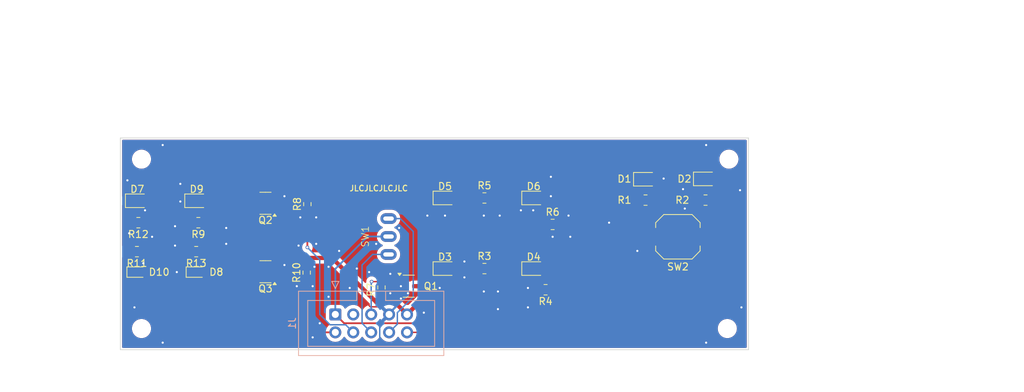
<source format=kicad_pcb>
(kicad_pcb
	(version 20240108)
	(generator "pcbnew")
	(generator_version "8.0")
	(general
		(thickness 1.6)
		(legacy_teardrops no)
	)
	(paper "A4")
	(layers
		(0 "F.Cu" signal)
		(31 "B.Cu" signal)
		(34 "B.Paste" user)
		(35 "F.Paste" user)
		(36 "B.SilkS" user "B.Silkscreen")
		(37 "F.SilkS" user "F.Silkscreen")
		(38 "B.Mask" user)
		(39 "F.Mask" user)
		(44 "Edge.Cuts" user)
		(45 "Margin" user)
		(46 "B.CrtYd" user "B.Courtyard")
		(47 "F.CrtYd" user "F.Courtyard")
		(48 "B.Fab" user)
		(49 "F.Fab" user)
	)
	(setup
		(stackup
			(layer "F.SilkS"
				(type "Top Silk Screen")
				(color "White")
			)
			(layer "F.Paste"
				(type "Top Solder Paste")
			)
			(layer "F.Mask"
				(type "Top Solder Mask")
				(color "Black")
				(thickness 0.01)
			)
			(layer "F.Cu"
				(type "copper")
				(thickness 0.035)
			)
			(layer "dielectric 1"
				(type "core")
				(thickness 1.51)
				(material "FR4")
				(epsilon_r 4.5)
				(loss_tangent 0.02)
			)
			(layer "B.Cu"
				(type "copper")
				(thickness 0.035)
			)
			(layer "B.Mask"
				(type "Bottom Solder Mask")
				(color "Black")
				(thickness 0.01)
			)
			(layer "B.Paste"
				(type "Bottom Solder Paste")
			)
			(layer "B.SilkS"
				(type "Bottom Silk Screen")
				(color "White")
			)
			(copper_finish "None")
			(dielectric_constraints yes)
		)
		(pad_to_mask_clearance 0)
		(allow_soldermask_bridges_in_footprints no)
		(pcbplotparams
			(layerselection 0x00010fc_ffffffff)
			(plot_on_all_layers_selection 0x0000000_00000000)
			(disableapertmacros no)
			(usegerberextensions no)
			(usegerberattributes yes)
			(usegerberadvancedattributes yes)
			(creategerberjobfile yes)
			(dashed_line_dash_ratio 12.000000)
			(dashed_line_gap_ratio 3.000000)
			(svgprecision 4)
			(plotframeref no)
			(viasonmask no)
			(mode 1)
			(useauxorigin no)
			(hpglpennumber 1)
			(hpglpenspeed 20)
			(hpglpendiameter 15.000000)
			(pdf_front_fp_property_popups yes)
			(pdf_back_fp_property_popups yes)
			(dxfpolygonmode yes)
			(dxfimperialunits yes)
			(dxfusepcbnewfont yes)
			(psnegative no)
			(psa4output no)
			(plotreference yes)
			(plotvalue yes)
			(plotfptext yes)
			(plotinvisibletext no)
			(sketchpadsonfab no)
			(subtractmaskfromsilk no)
			(outputformat 1)
			(mirror no)
			(drillshape 1)
			(scaleselection 1)
			(outputdirectory "")
		)
	)
	(net 0 "")
	(net 1 "/LED_PWR")
	(net 2 "Net-(D1-A)")
	(net 3 "Net-(D2-A)")
	(net 4 "Net-(D3-A)")
	(net 5 "Net-(D4-A)")
	(net 6 "Net-(D5-A)")
	(net 7 "Net-(D6-A)")
	(net 8 "Net-(D7-K)")
	(net 9 "Net-(D7-A)")
	(net 10 "Net-(D8-K)")
	(net 11 "Net-(D10-A)")
	(net 12 "Net-(D9-K)")
	(net 13 "Net-(D10-K)")
	(net 14 "+3V3")
	(net 15 "/Open")
	(net 16 "unconnected-(J1-Pin_3-Pad3)")
	(net 17 "/Fault")
	(net 18 "/PWM_1")
	(net 19 "/Unlock")
	(net 20 "GND")
	(net 21 "/Lock")
	(net 22 "VBUS")
	(net 23 "/Video")
	(footprint "LED_SMD:LED_0805_2012Metric" (layer "F.Cu") (at 171.4025 109.845))
	(footprint "Package_TO_SOT_SMD:SOT-23-3" (layer "F.Cu") (at 117.5625 122.95 180))
	(footprint "Resistor_SMD:R_0805_2012Metric" (layer "F.Cu") (at 107.75 120.1 180))
	(footprint "LED_SMD:LED_0805_2012Metric" (layer "F.Cu") (at 155.5625 122.5))
	(footprint "MountingHole:MountingHole_2.2mm_M2" (layer "F.Cu") (at 183.225 107))
	(footprint "Resistor_SMD:R_0603_1608Metric" (layer "F.Cu") (at 134 125.175 -90))
	(footprint "Resistor_SMD:R_0805_2012Metric" (layer "F.Cu") (at 171.4125 112.8))
	(footprint "Resistor_SMD:R_0603_1608Metric" (layer "F.Cu") (at 123.5 113.375 90))
	(footprint "NiasStuff:SW_SPDT_YUEN-FUNG_ST-0-103-A01-T000-RS" (layer "F.Cu") (at 135 117.96 90))
	(footprint "Resistor_SMD:R_0603_1608Metric" (layer "F.Cu") (at 123.4 123.075 90))
	(footprint "Package_TO_SOT_SMD:SOT-23-3" (layer "F.Cu") (at 137.8625 125))
	(footprint "Resistor_SMD:R_0805_2012Metric" (layer "F.Cu") (at 99.55 116 180))
	(footprint "Resistor_SMD:R_0805_2012Metric" (layer "F.Cu") (at 158.25 116.25 180))
	(footprint "Resistor_SMD:R_0805_2012Metric" (layer "F.Cu") (at 148.5875 112.5 180))
	(footprint "MountingHole:MountingHole_2.2mm_M2" (layer "F.Cu") (at 100 107))
	(footprint "LED_SMD:LED_0805_2012Metric" (layer "F.Cu") (at 107.8125 112.9))
	(footprint "Resistor_SMD:R_0805_2012Metric" (layer "F.Cu") (at 179.9125 112.8))
	(footprint "Resistor_SMD:R_0805_2012Metric" (layer "F.Cu") (at 108.05 116 180))
	(footprint "MountingHole:MountingHole_2.2mm_M2" (layer "F.Cu") (at 183 131))
	(footprint "LED_SMD:LED_0805_2012Metric" (layer "F.Cu") (at 143 112.5))
	(footprint "LED_SMD:LED_0603_1608Metric" (layer "F.Cu") (at 107.8125 123))
	(footprint "LED_SMD:LED_0805_2012Metric" (layer "F.Cu") (at 143 122.5))
	(footprint "Package_TO_SOT_SMD:SOT-23-3" (layer "F.Cu") (at 117.5625 113.25 180))
	(footprint "LED_SMD:LED_0603_1608Metric" (layer "F.Cu") (at 99.4125 123))
	(footprint "LED_SMD:LED_0805_2012Metric" (layer "F.Cu") (at 99.4 112.9))
	(footprint "Resistor_SMD:R_0805_2012Metric" (layer "F.Cu") (at 157.25 125.5 180))
	(footprint "Resistor_SMD:R_0805_2012Metric" (layer "F.Cu") (at 99.35 120.1 180))
	(footprint "Button_Switch_SMD:SW_Push_1TS009xxxx-xxxx-xxxx_6x6x5mm" (layer "F.Cu") (at 176 118 180))
	(footprint "Resistor_SMD:R_0805_2012Metric" (layer "F.Cu") (at 148.5875 122.5 180))
	(footprint "MountingHole:MountingHole_2.2mm_M2" (layer "F.Cu") (at 100 131))
	(footprint "LED_SMD:LED_0805_2012Metric" (layer "F.Cu") (at 179.8875 109.8))
	(footprint "LED_SMD:LED_0805_2012Metric" (layer "F.Cu") (at 155.5625 112.5))
	(footprint "Connector_IDC:IDC-Header_2x05_P2.54mm_Vertical" (layer "B.Cu") (at 127.46 129 -90))
	(gr_line
		(start 186 104)
		(end 97 104)
		(stroke
			(width 0.1)
			(type default)
		)
		(layer "Edge.Cuts")
		(uuid "7a9866a1-3228-490b-89f0-29093fdc781f")
	)
	(gr_line
		(start 97 134)
		(end 186 134)
		(stroke
			(width 0.1)
			(type default)
		)
		(layer "Edge.Cuts")
		(uuid "9c54061d-b9db-4889-8a37-0f704138ae69")
	)
	(gr_line
		(start 97 104)
		(end 97 134)
		(stroke
			(width 0.1)
			(type default)
		)
		(layer "Edge.Cuts")
		(uuid "ba37840a-a9e0-4563-8e1c-6a28be96d871")
	)
	(gr_line
		(start 186 134)
		(end 186 104)
		(stroke
			(width 0.1)
			(type default)
		)
		(layer "Edge.Cuts")
		(uuid "bff93b9d-361e-4dc7-ab31-a2b74374b39c")
	)
	(gr_line
		(start 94.5 127.3)
		(end 94.5 118.2)
		(locked yes)
		(stroke
			(width 0.1)
			(type default)
		)
		(layer "F.Fab")
		(uuid "01f473ab-ae33-4893-a05b-0b6e912e51f3")
	)
	(gr_line
		(start 112.8 127.3)
		(end 94.5 127.3)
		(locked yes)
		(stroke
			(width 0.1)
			(type default)
		)
		(layer "F.Fab")
		(uuid "10ec0bed-7d0f-456f-8e05-181ac4def540")
	)
	(gr_line
		(start 112.8 117.6)
		(end 112.8 108.4)
		(locked yes)
		(stroke
			(width 0.1)
			(type default)
		)
		(layer "F.Fab")
		(uuid "11fb41da-818f-490a-b175-aac96680193b")
	)
	(gr_line
		(start 80 84.5)
		(end 80 140)
		(stroke
			(width 0.1)
			(type default)
		)
		(layer "F.Fab")
		(uuid "52e32d62-ae8b-4a27-97cf-81a36c237b9d")
	)
	(gr_line
		(start 112.8 108.4)
		(end 94.5 108.4)
		(locked yes)
		(stroke
			(width 0.1)
			(type default)
		)
		(layer "F.Fab")
		(uuid "6fd1228f-7804-4e32-82eb-e1718a5e9268")
	)
	(gr_line
		(start 94.5 118.2)
		(end 112.8 118.2)
		(locked yes)
		(stroke
			(width 0.1)
			(type default)
		)
		(layer "F.Fab")
		(uuid "7971d004-98b5-4778-8e8b-99aae17d396a")
	)
	(gr_line
		(start 225 84.5)
		(end 80 84.5)
		(stroke
			(width 0.1)
			(type default)
		)
		(layer "F.Fab")
		(uuid "7abcf492-68fd-4a40-a66e-0e895ac81b1f")
	)
	(gr_line
		(start 225 140)
		(end 225 84.5)
		(stroke
			(width 0.1)
			(type default)
		)
		(layer "F.Fab")
		(uuid "8b9c7c6b-a001-40d2-a2af-0c149095ab09")
	)
	(gr_line
		(start 112.8 118.2)
		(end 112.8 127.3)
		(locked yes)
		(stroke
			(width 0.1)
			(type default)
		)
		(layer "F.Fab")
		(uuid "a1cc6437-ecfb-4631-b570-5c77a03e57b4")
	)
	(gr_line
		(start 94.5 117.6)
		(end 112.8 117.6)
		(locked yes)
		(stroke
			(width 0.1)
			(type default)
		)
		(layer "F.Fab")
		(uuid "ddc49f83-9eb3-43fc-8af3-233b0d259f60")
	)
	(gr_line
		(start 80 140)
		(end 225 140)
		(stroke
			(width 0.1)
			(type default)
		)
		(layer "F.Fab")
		(uuid "fc2c2adb-d59b-4217-9e53-8981410a0807")
	)
	(gr_line
		(start 94.5 108.4)
		(end 94.5 117.6)
		(locked yes)
		(stroke
			(width 0.1)
			(type default)
		)
		(layer "F.Fab")
		(uuid "fe59d503-9d30-4109-9085-3c85fbc4820a")
	)
	(gr_text "JLCJLCJLCJLC"
		(at 129.4 111.6 0)
		(layer "F.SilkS")
		(uuid "9bcce69a-692e-4f6a-9803-bed61d3d8d7a")
		(effects
			(font
				(size 0.8 0.8)
				(thickness 0.15)
			)
			(justify left bottom)
		)
	)
	(segment
		(start 142.0625 112.5)
		(end 142.0625 111.4375)
		(width 0.6)
		(layer "F.Cu")
		(net 1)
		(uuid "294441ec-1f43-40e3-9289-1d12db522043")
	)
	(segment
		(start 142.0625 123.6875)
		(end 142.0625 122.5)
		(width 0.6)
		(layer "F.Cu")
		(net 1)
		(uuid "3a16ec46-f4e3-4dd2-ad93-f8bbe6aab752")
	)
	(segment
		(start 139 125)
		(end 140.75 125)
		(width 0.6)
		(layer "F.Cu")
		(net 1)
		(uuid "44c09ab1-53b7-43a1-a2a9-6994d760284d")
	)
	(segment
		(start 166.05 110.75)
		(end 166.955 109.845)
		(width 0.6)
		(layer "F.Cu")
		(net 1)
		(uuid "4d55c48f-cd93-4f9a-b776-8690bf4a573f")
	)
	(segment
		(start 142.0625 122.5)
		(end 142.0625 112.5)
		(width 0.6)
		(layer "F.Cu")
		(net 1)
		(uuid "522f1447-4eeb-485a-95e0-96c0c1e6b534")
	)
	(segment
		(start 154.625 112.5)
		(end 154.625 110.875)
		(width 0.6)
		(layer "F.Cu")
		(net 1)
		(uuid "5824f6e1-9be0-4848-a5cb-0c17631773bd")
	)
	(segment
		(start 178.725 108.5)
		(end 178.95 108.725)
		(width 0.6)
		(layer "F.Cu")
		(net 1)
		(uuid "84d72f00-47bd-4159-8d72-b6c532a64451")
	)
	(segment
		(start 178.95 108.725)
		(end 178.95 109.8)
		(width 0.6)
		(layer "F.Cu")
		(net 1)
		(uuid "89429186-445d-4dab-a964-50a54b11f118")
	)
	(segment
		(start 154.625 110.875)
		(end 154.75 110.75)
		(width 0.6)
		(layer "F.Cu")
		(net 1)
		(uuid "8bab29e2-50b5-4557-a81e-397b7c28936c")
	)
	(segment
		(start 166.955 109.845)
		(end 170.465 109.845)
		(width 0.6)
		(layer "F.Cu")
		(net 1)
		(uuid "934e7c75-964c-4ad7-a87d-9c00bbe66ba6")
	)
	(segment
		(start 140.75 125)
		(end 142.0625 123.6875)
		(width 0.6)
		(layer "F.Cu")
		(net 1)
		(uuid "9cb80f9a-465a-4767-b4d1-1d993abce4cb")
	)
	(segment
		(start 170.465 109.845)
		(end 170.465 108.76)
		(width 0.6)
		(layer "F.Cu")
		(net 1)
		(uuid "a98aed03-ec53-478a-be4c-238dc02b1c46")
	)
	(segment
		(start 170.465 108.76)
		(end 170.725 108.5)
		(width 0.6)
		(layer "F.Cu")
		(net 1)
		(uuid "b1989d57-5771-4866-9c42-412d02ccc6b4")
	)
	(segment
		(start 154.75 110.75)
		(end 166.05 110.75)
		(width 0.6)
		(layer "F.Cu")
		(net 1)
		(uuid "bedd16c3-90bf-41ac-9e25-b4d0583edb7f")
	)
	(segment
		(start 154.625 112.5)
		(end 154.625 122.5)
		(width 0.6)
		(layer "F.Cu")
		(net 1)
		(uuid "c09ee833-013c-4fa4-8b1c-a47c62d839f5")
	)
	(segment
		(start 170.725 108.5)
		(end 178.725 108.5)
		(width 0.6)
		(layer "F.Cu")
		(net 1)
		(uuid "dd510e74-687d-429f-8bdb-fc3a5d0b8ac0")
	)
	(segment
		(start 142.0625 111.4375)
		(end 142.75 110.75)
		(width 0.6)
		(layer "F.Cu")
		(net 1)
		(uuid "f05a87e4-5650-4a1b-9120-789a31c67ade")
	)
	(segment
		(start 142.75 110.75)
		(end 154.75 110.75)
		(width 0.6)
		(layer "F.Cu")
		(net 1)
		(uuid "f3324b6c-9b0f-4f25-91fd-ccb41a7ff7b5")
	)
	(segment
		(start 172.34 109.845)
		(end 172.34 112.785)
		(width 0.6)
		(layer "F.Cu")
		(net 2)
		(uuid "11bc4d1f-35b1-43b7-ae93-69cca48ee588")
	)
	(segment
		(start 172.34 112.785)
		(end 172.325 112.8)
		(width 0.6)
		(layer "F.Cu")
		(net 2)
		(uuid "99ce6f74-69da-44fb-aad9-970b68e0cfad")
	)
	(segment
		(start 180.825 109.8)
		(end 180.825 112.8)
		(width 0.6)
		(layer "F.Cu")
		(net 3)
		(uuid "fb25bb50-e251-4eca-9df6-6fed91a99089")
	)
	(segment
		(start 147.675 122.5)
		(end 143.9375 122.5)
		(width 0.6)
		(layer "F.Cu")
		(net 4)
		(uuid "5ee1327c-7db3-4e08-8ee3-393b73df3c06")
	)
	(segment
		(start 156.3375 123.9125)
		(end 156.3375 125.5)
		(width 0.6)
		(layer "F.Cu")
		(net 5)
		(uuid "1716e2dc-17d3-47cc-af78-940e7718f9db")
	)
	(segment
		(start 156.5 123.75)
		(end 156.3375 123.9125)
		(width 0.6)
		(layer "F.Cu")
		(net 5)
		(uuid "9a27edc9-4c45-4d7b-beea-a8dcb6951c39")
	)
	(segment
		(start 156.5 122.5)
		(end 156.5 123.75)
		(width 0.6)
		(layer "F.Cu")
		(net 5)
		(uuid "e2835e4a-c86b-40f1-ad60-f50fef310423")
	)
	(segment
		(start 143.9375 112.5)
		(end 147.675 112.5)
		(width 0.6)
		(layer "F.Cu")
		(net 6)
		(uuid "2c258aa3-74f2-43eb-a0ef-57a3d1c14d36")
	)
	(segment
		(start 156.5 114.25)
		(end 156.5 112.5)
		(width 0.6)
		(layer "F.Cu")
		(net 7)
		(uuid "3daace04-eb73-40d3-814a-a6871f49985d")
	)
	(segment
		(start 157.3375 115.0875)
		(end 156.5 114.25)
		(width 0.6)
		(layer "F.Cu")
		(net 7)
		(uuid "bd5f941c-23c8-4da2-ba51-881e683a1866")
	)
	(segment
		(start 157.3375 116.25)
		(end 157.3375 115.0875)
		(width 0.6)
		(layer "F.Cu")
		(net 7)
		(uuid "f991d4f0-e225-431b-9cfb-8ba5025c6dc0")
	)
	(segment
		(start 98.4625 114.7125)
		(end 98.4625 112.9)
		(width 0.6)
		(layer "F.Cu")
		(net 8)
		(uuid "13a5485a-6539-428d-806b-ea13810bd4ec")
	)
	(segment
		(start 98.6 114.85)
		(end 98.4625 114.7125)
		(width 0.6)
		(layer "F.Cu")
		(net 8)
		(uuid "5136c3ca-a7da-452a-bad3-1a013c85a837")
	)
	(segment
		(start 98.6 112.9125)
		(end 98.6125 112.9)
		(width 0.6)
		(layer "F.Cu")
		(net 8)
		(uuid "5b828790-9c81-4af7-86d2-4c3565edf14d")
	)
	(segment
		(start 98.6 116)
		(end 98.6 114.85)
		(width 0.6)
		(layer "F.Cu")
		(net 8)
		(uuid "82e9099b-aa85-4a9b-a08d-7274cba11b16")
	)
	(segment
		(start 111.65 112.9)
		(end 108.6 112.9)
		(width 0.6)
		(layer "F.Cu")
		(net 9)
		(uuid "15d5c3eb-5fc2-4e15-8602-99055dbed3ce")
	)
	(segment
		(start 108.5 111.5)
		(end 108.75 111.75)
		(width 0.6)
		(layer "F.Cu")
		(net 9)
		(uuid "4acf8517-9418-427e-a7a5-a1c88d92d3e3")
	)
	(segment
		(start 100.75 111.5)
		(end 108.5 111.5)
		(width 0.6)
		(layer "F.Cu")
		(net 9)
		(uuid "728dff94-74dd-41cf-a14e-4fd42d39025b")
	)
	(segment
		(start 100.3375 112.9)
		(end 100.3375 111.9125)
		(width 0.6)
		(layer "F.Cu")
		(net 9)
		(uuid "7a4792fd-ce87-4832-ad80-49d270329a36")
	)
	(segment
		(start 112 113.25)
		(end 111.65 112.9)
		(width 0.6)
		(layer "F.Cu")
		(net 9)
		(uuid "7f9212bb-d860-414a-a7a4-d56cf0096bea")
	)
	(segment
		(start 108.75 111.75)
		(end 108.75 112.9)
		(width 0.6)
		(layer "F.Cu")
		(net 9)
		(uuid "c20e5496-418b-42cd-92b5-f4ee2c0701f0")
	)
	(segment
		(start 116.425 113.25)
		(end 112 113.25)
		(width 0.6)
		(layer "F.Cu")
		(net 9)
		(uuid "cd5bf8d0-11d1-490f-9cb3-a5e7b4f82472")
	)
	(segment
		(start 100.3375 111.9125)
		(end 100.75 111.5)
		(width 0.6)
		(layer "F.Cu")
		(net 9)
		(uuid "e783b2fe-8afb-4788-8556-720a1e8f5099")
	)
	(segment
		(start 107.025 122.025)
		(end 106.8 121.8)
		(width 0.6)
		(layer "F.Cu")
		(net 10)
		(uuid "54d51afb-13fa-4b6e-998c-480e3d309cf6")
	)
	(segment
		(start 107.025 123)
		(end 107.025 122.025)
		(width 0.6)
		(layer "F.Cu")
		(net 10)
		(uuid "ab0fb58e-d4db-41e2-98f4-20f9cdc7b67f")
	)
	(segment
		(start 106.8 121.8)
		(end 106.8 120.1)
		(width 0.6)
		(layer "F.Cu")
		(net 10)
		(uuid "f488ea4f-2d8e-41c7-b418-771956deff9c")
	)
	(segment
		(start 108 124.25)
		(end 100.75 124.25)
		(width 0.6)
		(layer "F.Cu")
		(net 11)
		(uuid "061d4227-841b-4ee8-8028-c3a8fa6b0183")
	)
	(segment
		(start 100.2 123.7)
		(end 100.2 123)
		(width 0.6)
		(layer "F.Cu")
		(net 11)
		(uuid "1a003e4b-51b4-403d-8cc9-7a7187c0d823")
	)
	(segment
		(start 108.6 123.65)
		(end 108 124.25)
		(width 0.6)
		(layer "F.Cu")
		(net 11)
		(uuid "33f82c39-b53c-4204-be2c-78ce56c77386")
	)
	(segment
		(start 116.425 122.95)
		(end 108.65 122.95)
		(width 0.6)
		(layer "F.Cu")
		(net 11)
		(uuid "516de3fa-23b7-4a17-8cdb-23413d5f508e")
	)
	(segment
		(start 108.6 123)
		(end 108.6 123.65)
		(width 0.6)
		(layer "F.Cu")
		(net 11)
		(uuid "669bf05a-e7d4-486c-9350-d977a9f27a87")
	)
	(segment
		(start 100.75 124.25)
		(end 100.2 123.7)
		(width 0.6)
		(layer "F.Cu")
		(net 11)
		(uuid "9029083e-8894-4f27-9ce6-cce6d9b9ba9d")
	)
	(segment
		(start 108.65 122.95)
		(end 108.6 123)
		(width 0.6)
		(layer "F.Cu")
		(net 11)
		(uuid "ca2aee9a-1a9c-4cf5-acd7-6db91228f083")
	)
	(segment
		(start 107.1 112.975)
		(end 107.025 112.9)
		(width 0.6)
		(layer "F.Cu")
		(net 12)
		(uuid "8c54c2df-a811-4bda-bed9-a7396058977d")
	)
	(segment
		(start 107.1 114.85)
		(end 106.875 114.625)
		(width 0.6)
		(layer "F.Cu")
		(net 12)
		(uuid "a69c7b4c-4301-4d22-b258-3d7cb950a23f")
	)
	(segment
		(start 107.1 116)
		(end 107.1 114.85)
		(width 0.6)
		(layer "F.Cu")
		(net 12)
		(uuid "d5f878d3-d924-4104-8c1e-20796adba624")
	)
	(segment
		(start 106.875 114.625)
		(end 106.875 112.9)
		(width 0.6)
		(layer "F.Cu")
		(net 12)
		(uuid "f48be27f-16f4-4a7f-a13d-bebb598e6e4b")
	)
	(segment
		(start 98.625 121.875)
		(end 98.4 121.65)
		(width 0.6)
		(layer "F.Cu")
		(net 13)
		(uuid "0652d381-bed5-4808-b811-b6f4670a91a2")
	)
	(segment
		(start 98.625 123)
		(end 98.625 121.875)
		(width 0.6)
		(layer "F.Cu")
		(net 13)
		(uuid "4f733506-bc02-4e48-ba38-3099d2c5f036")
	)
	(segment
		(start 98.4 121.65)
		(end 98.4 120.1)
		(width 0.6)
		(layer "F.Cu")
		(net 13)
		(uuid "96f2de27-a666-42a1-a061-ffc7ae8275d9")
	)
	(segment
		(start 128.71 130.25)
		(end 127.46 129)
		(width 0.25)
		(layer "F.Cu")
		(net 14)
		(uuid "3f4135a6-537f-4e6f-bcb3-5cb79a6283f3")
	)
	(segment
		(start 173 122)
		(end 164.75 130.25)
		(width 0.25)
		(layer "F.Cu")
		(net 14)
		(uuid "4aea0fca-dd3a-4c6d-a5c0-1cf5b4dc91b9")
	)
	(segment
		(start 164.75 130.25)
		(end 128.71 130.25)
		(width 0.25)
		(layer "F.Cu")
		(net 14)
		(uuid "531b0b2b-3cb3-4b31-b003-d7d5d09e90eb")
	)
	(segment
		(start 173 118)
		(end 173 122)
		(width 0.25)
		(layer "F.Cu")
		(net 14)
		(uuid "bb3363a8-9a05-4879-85e3-14667789f84d")
	)
	(segment
		(start 127.46 129)
		(end 127.46 122.54)
		(width 0.25)
		(layer "B.Cu")
		(net 14)
		(uuid "8fac3468-e376-4742-8554-1072fd3103d9")
	)
	(segment
		(start 127.46 122.54)
		(end 132.04 117.96)
		(width 0.25)
		(layer "B.Cu")
		(net 14)
		(uuid "b9dc9103-a9a8-4166-98b9-45afad94a418")
	)
	(segment
		(start 132.04 117.96)
		(end 135 117.96)
		(width 0.25)
		(layer "B.Cu")
		(net 14)
		(uuid "edf601da-22e8-400a-a8e5-3a1c33c865cb")
	)
	(segment
		(start 123.5 119.5)
		(end 123.5 114.2)
		(width 0.25)
		(layer "F.Cu")
		(net 15)
		(uuid "c612ce0d-e727-4bf2-97fb-0fa6680ff89c")
	)
	(segment
		(start 123.5 114.2)
		(end 118.7 114.2)
		(width 0.25)
		(layer "F.Cu")
		(net 15)
		(uuid "f7326d73-d2b3-459f-a2a8-2f4af2601d35")
	)
	(via
		(at 123.5 119.5)
		(size 0.5)
		(drill 0.3)
		(layers "F.Cu" "B.Cu")
		(net 15)
		(uuid "93a93fe9-bce7-4ab1-b206-c3355e633cf6")
	)
	(segment
		(start 126.713 130.463)
		(end 128.923 130.463)
		(width 0.2)
		(layer "B.Cu")
		(net 15)
		(uuid "0ff55158-1945-4e96-9aff-0dd038953d9b")
	)
	(segment
		(start 125.25 121.25)
		(end 125.25 129)
		(width 0.2)
		(layer "B.Cu")
		(net 15)
		(uuid "144f8476-ab73-41c9-aedc-a38656e6bf38")
	)
	(segment
		(start 128.923 130.463)
		(end 130 131.54)
		(width 0.2)
		(layer "B.Cu")
		(net 15)
		(uuid "b5db4c53-fc18-44c8-9655-53d65d0b45e2")
	)
	(segment
		(start 123.5 119.5)
		(end 125.25 121.25)
		(width 0.2)
		(layer "B.Cu")
		(net 15)
		(uuid "c8590dab-4f86-4ed7-b952-6bfcdb4152bb")
	)
	(segment
		(start 125.25 129)
		(end 126.713 130.463)
		(width 0.2)
		(layer "B.Cu")
		(net 15)
		(uuid "e2dd1105-4bb2-4e18-b3cc-318006f9e6ad")
	)
	(segment
		(start 125.04 131.54)
		(end 123.4 129.9)
		(width 0.25)
		(layer "F.Cu")
		(net 17)
		(uuid "3500a81b-e414-4ed4-b3af-bda6a6bba304")
	)
	(segment
		(start 123.4 123.9)
		(end 118.7 123.9)
		(width 0.25)
		(layer "F.Cu")
		(net 17)
		(uuid "3983cbb3-c1e3-481a-a044-42a05c5b2095")
	)
	(segment
		(start 127.46 131.54)
		(end 125.04 131.54)
		(width 0.25)
		(layer "F.Cu")
		(net 17)
		(uuid "6fef34db-09e0-448a-b729-486ab29c0866")
	)
	(segment
		(start 123.4 129.9)
		(end 123.4 123.9)
		(width 0.25)
		(layer "F.Cu")
		(net 17)
		(uuid "76dd7baf-758b-4ddb-aa86-bf6ac86e02ff")
	)
	(segment
		(start 135.45 124.05)
		(end 136.725 124.05)
		(width 0.2)
		(layer "F.Cu")
		(net 18)
		(uuid "2a998b7b-8022-4af7-9536-fc64ee139285")
	)
	(segment
		(start 134 124.35)
		(end 135.15 124.35)
		(width 0.2)
		(layer "F.Cu")
		(net 18)
		(uuid "a61b1fe5-3314-4e94-9a38-a91296c467c7")
	)
	(segment
		(start 132.6 124.35)
		(end 134 124.35)
		(width 0.2)
		(layer "F.Cu")
		(net 18)
		(uuid "a67691de-9006-4579-80f2-6063f89edd29")
	)
	(segment
		(start 135.15 124.35)
		(end 135.45 124.05)
		(width 0.2)
		(layer "F.Cu")
		(net 18)
		(uuid "ec949223-0cd2-4354-aaaf-ad5300efbf01")
	)
	(via
		(at 132.6 124.35)
		(size 0.5)
		(drill 0.3)
		(layers "F.Cu" "B.Cu")
		(net 18)
		(uuid "4200934f-2bff-45fc-8b73-1905815152f5")
	)
	(segment
		(start 132.6 124.35)
		(end 132.54 124.41)
		(width 0.2)
		(layer "B.Cu")
		(net 18)
		(uuid "3842eee5-45ba-49c2-9a70-fe7397b7e12a")
	)
	(segment
		(start 132.54 124.41)
		(end 132.54 129)
		(width 0.2)
		(layer "B.Cu")
		(net 18)
		(uuid "df6f9829-0b57-429c-9be6-f8c001667917")
	)
	(segment
		(start 131.25 122)
		(end 131.25 130.25)
		(width 0.2)
		(layer "B.Cu")
		(net 19)
		(uuid "4ec81029-e542-4247-97c1-ae74d78e9b65")
	)
	(segment
		(start 131.25 130.25)
		(end 132.54 131.54)
		(width 0.2)
		(layer "B.Cu")
		(net 19)
		(uuid "703cb4fc-ee5c-4e15-aadd-17ded8237f42")
	)
	(segment
		(start 135 120.5)
		(end 132.75 120.5)
		(width 0.2)
		(layer "B.Cu")
		(net 19)
		(uuid "aadc92cf-4bdf-4b82-aaad-60ce819648e0")
	)
	(segment
		(start 132.75 120.5)
		(end 131.25 122)
		(width 0.2)
		(layer "B.Cu")
		(net 19)
		(uuid "acbcdfb6-5817-42bc-9776-c95ef874ddd9")
	)
	(segment
		(start 134.003 127.923)
		(end 132.423 127.923)
		(width 0.2)
		(layer "F.Cu")
		(net 20)
		(uuid "85fb0d65-c4a5-462e-b69b-79998d5e8508")
	)
	(segment
		(start 135.08 129)
		(end 134.003 127.923)
		(width 0.2)
		(layer "F.Cu")
		(net 20)
		(uuid "c1557758-f467-4d85-b806-245b3bfb7c11")
	)
	(segment
		(start 132.423 127.923)
		(end 132 127.5)
		(width 0.2)
		(layer "F.Cu")
		(net 20)
		(uuid "e7746ef0-b698-40ba-aa99-57808eaed6d8")
	)
	(via
		(at 120.25 122)
		(size 0.5)
		(drill 0.3)
		(layers "F.Cu" "B.Cu")
		(free yes)
		(net 20)
		(uuid "012af38f-eac8-4b06-8b3f-575600d3c6cb")
	)
	(via
		(at 112 119)
		(size 0.5)
		(drill 0.3)
		(layers "F.Cu" "B.Cu")
		(free yes)
		(net 20)
		(uuid "070fc44b-3652-4de9-abc8-d2672ef4f657")
	)
	(via
		(at 148.5 125.75)
		(size 0.5)
		(drill 0.3)
		(layers "F.Cu" "B.Cu")
		(free yes)
		(net 20)
		(uuid "1fedce60-5759-4d5f-9796-2ac5b10182c4")
	)
	(via
		(at 100.25 121.75)
		(size 0.5)
		(drill 0.3)
		(layers "F.Cu" "B.Cu")
		(free yes)
		(net 20)
		(uuid "20bb90ca-f86b-4f99-b388-1278fec0b635")
	)
	(via
		(at 140.5 115)
		(size 0.5)
		(drill 0.3)
		(layers "F.Cu" "B.Cu")
		(free yes)
		(net 20)
		(uuid "23b46990-73a3-40ae-9cdf-8662755d1dac")
	)
	(via
		(at 145.75 123.75)
		(size 0.5)
		(drill 0.3)
		(layers "F.Cu" "B.Cu")
		(free yes)
		(net 20)
		(uuid "2685e1d4-90cb-4803-bc69-4bf4643a97b6")
	)
	(via
		(at 140 128.75)
		(size 0.5)
		(drill 0.3)
		(layers "F.Cu" "B.Cu")
		(free yes)
		(net 20)
		(uuid "2af59e8d-630e-423f-afb9-b00d957577ff")
	)
	(via
		(at 103 133)
		(size 0.5)
		(drill 0.3)
		(layers "F.Cu" "B.Cu")
		(free yes)
		(net 20)
		(uuid "32730bd7-64d2-4504-9143-f54932180642")
	)
	(via
		(at 170.25 120)
		(size 0.5)
		(drill 0.3)
		(layers "F.Cu" "B.Cu")
		(free yes)
		(net 20)
		(uuid "34983657-e975-4310-9dd6-f10c68b2bcdb")
	)
	(via
		(at 122.5 115.25)
		(size 0.5)
		(drill 0.3)
		(layers "F.Cu" "B.Cu")
		(free yes)
		(net 20)
		(uuid "380e6ad5-a41b-4e35-bd2a-ec9eb293a566")
	)
	(via
		(at 160.75 118)
		(size 0.5)
		(drill 0.3)
		(layers "F.Cu" "B.Cu")
		(free yes)
		(net 20)
		(uuid "391d5fe4-6bb5-46dd-9226-7b0229fe1202")
	)
	(via
		(at 124.25 125)
		(size 0.5)
		(drill 0.3)
		(layers "F.Cu" "B.Cu")
		(free yes)
		(net 20)
		(uuid "3d022262-bde6-4cc0-8543-70ea9869a1cc")
	)
	(via
		(at 180 133)
		(size 0.5)
		(drill 0.3)
		(layers "F.Cu" "B.Cu")
		(free yes)
		(net 20)
		(uuid "3eae38a5-2f8d-4a4d-8453-291319ec09b2")
	)
	(via
		(at 153.75 114.25)
		(size 0.5)
		(drill 0.3)
		(layers "F.Cu" "B.Cu")
		(free yes)
		(net 20)
		(uuid "42734ae5-6f89-4ee6-9d8d-4055a39371db")
	)
	(via
		(at 148.5 115)
		(size 0.5)
		(drill 0.3)
		(layers "F.Cu" "B.Cu")
		(free yes)
		(net 20)
		(uuid "45bddc84-beb8-4856-ba44-f4910c2c7276")
	)
	(via
		(at 98.25 117.5)
		(size 0.5)
		(drill 0.3)
		(layers "F.Cu" "B.Cu")
		(free yes)
		(net 20)
		(uuid "49147d0e-072b-4ead-b96b-d5cab12160f8")
	)
	(via
		(at 105 123)
		(size 0.5)
		(drill 0.3)
		(layers "F.Cu" "B.Cu")
		(free yes)
		(net 20)
		(uuid "57481e91-8c10-4470-aa6e-ecb3b532c3e4")
	)
	(via
		(at 105.5 110.5)
		(size 0.5)
		(drill 0.3)
		(layers "F.Cu" "B.Cu")
		(free yes)
		(net 20)
		(uuid "5c10749b-b67f-4808-ab11-5077228a3660")
	)
	(via
		(at 154.75 125.25)
		(size 0.5)
		(drill 0.3)
		(layers "F.Cu" "B.Cu")
		(free yes)
		(net 20)
		(uuid "5d9a03fa-7be1-44c1-9733-0270259662ec")
	)
	(via
		(at 160.5 115)
		(size 0.5)
		(drill 0.3)
		(layers "F.Cu" "B.Cu")
		(free yes)
		(net 20)
		(uuid "5fc48d4e-8810-45e1-8a05-96510e9f7de9")
	)
	(via
		(at 122.25 119.25)
		(size 0.5)
		(drill 0.3)
		(layers "F.Cu" "B.Cu")
		(free yes)
		(net 20)
		(uuid "617a52f4-7e83-4dfb-a4a5-733e363a4cd1")
	)
	(via
		(at 103 105)
		(size 0.5)
		(drill 0.3)
		(layers "F.Cu" "B.Cu")
		(free yes)
		(net 20)
		(uuid "673a3999-d5f7-4913-a95e-90f269d60329")
	)
	(via
		(at 158 109.5)
		(size 0.5)
		(drill 0.3)
		(layers "F.Cu" "B.Cu")
		(free yes)
		(net 20)
		(uuid "677d03b3-9222-45b4-99c5-712ac043ac36")
	)
	(via
		(at 137.75 126)
		(size 0.5)
		(drill 0.3)
		(layers "F.Cu" "B.Cu")
		(free yes)
		(net 20)
		(uuid "680e82d7-6dbb-4f92-9c34-a4b4f51bf4f3")
	)
	(via
		(at 180 105)
		(size 0.5)
		(drill 0.3)
		(layers "F.Cu" "B.Cu")
		(free yes)
		(net 20)
		(uuid "68ab4ba5-dd82-4c05-ae01-82647daf30b1")
	)
	(via
		(at 154.75 128)
		(size 0.5)
		(drill 0.3)
		(layers "F.Cu" "B.Cu")
		(free yes)
		(net 20)
		(uuid "69824d1d-245a-4423-92a3-5cd57c30b301")
	)
	(via
		(at 112 116.75)
		(size 0.5)
		(drill 0.3)
		(layers "F.Cu" "B.Cu")
		(free yes)
		(net 20)
		(uuid "6a0afda9-b094-4f9c-bd10-d2a78f7db28b")
	)
	(via
		(at 136.5 116.75)
		(size 0.5)
		(drill 0.3)
		(layers "F.Cu" "B.Cu")
		(free yes)
		(net 20)
		(uuid "6a2bbc58-5214-463b-ac8c-3792dc2a019f")
	)
	(via
		(at 155.5 114.25)
		(size 0.5)
		(drill 0.3)
		(layers "F.Cu" "B.Cu")
		(free yes)
		(net 20)
		(uuid "6a5762d6-d2ed-4487-9e94-829e26f1b4f2")
	)
	(via
		(at 176.725 111.25)
		(size 0.5)
		(drill 0.3)
		(layers "F.Cu" "B.Cu")
		(free yes)
		(net 20)
		(uuid "76f8d738-fc30-4ce0-a90e-76d9df9ba488")
	)
	(via
		(at 173.975 109.75)
		(size 0.5)
		(drill 0.3)
		(layers "F.Cu" "B.Cu")
		(free yes)
		(net 20)
		(uuid "795a8298-10cc-4836-a10f-cbbfaabcab4f")
	)
	(via
		(at 125.25 130.25)
		(size 0.5)
		(drill 0.3)
		(layers "F.Cu" "B.Cu")
		(free yes)
		(net 20)
		(uuid "7e9d763c-f2fa-4e54-b4c8-fe1efde868e6")
	)
	(via
		(at 150.5 125.75)
		(size 0.5)
		(drill 0.3)
		(layers "F.Cu" "B.Cu")
		(free yes)
		(net 20)
		(uuid "7ebec805-e79d-4f08-baa9-cbead10c4600")
	)
	(via
		(at 145.75 121.5)
		(size 0.5)
		(drill 0.3)
		(layers "F.Cu" "B.Cu")
		(free yes)
		(net 20)
		(uuid "82bd92e5-b251-482c-adf7-99b0e9ec9be5")
	)
	(via
		(at 132.25 123)
		(size 0.5)
		(drill 0.3)
		(layers "F.Cu" "B.Cu")
		(free yes)
		(net 20)
		(uuid "85956bb6-da12-4459-95fd-ce4dff29bfa8")
	)
	(via
		(at 135.25 126)
		(size 0.5)
		(drill 0.3)
		(layers "F.Cu" "B.Cu")
		(free yes)
		(net 20)
		(uuid "86a04f36-3781-4086-9504-7ad811ebcac7")
	)
	(via
		(at 135.25 123.25)
		(size 0.5)
		(drill 0.3)
		(layers "F.Cu" "B.Cu")
		(free yes)
		(net 20)
		(uuid "90de27ba-cd62-4b63-bfc3-674bfbdb1630")
	)
	(via
		(at 104.75 116.5)
		(size 0.5)
		(drill 0.3)
		(layers "F.Cu" "B.Cu")
		(free yes)
		(net 20)
		(uuid "95cb5151-bcc8-4960-b9c8-3de79803748c")
	)
	(via
		(at 143 115)
		(size 0.5)
		(drill 0.3)
		(layers "F.Cu" "B.Cu")
		(free yes)
		(net 20)
		(uuid "96a5136c-db7b-4db7-b36e-067b4b0216a9")
	)
	(via
		(at 100.5 114.25)
		(size 0.5)
		(drill 0.3)
		(layers "F.Cu" "B.Cu")
		(free yes)
		(net 20)
		(uuid "9d4e8cec-96b7-4f5e-81e5-1996281b1a63")
	)
	(via
		(at 105.5 113)
		(size 0.5)
		(drill 0.3)
		(layers "F.Cu" "B.Cu")
		(free yes)
		(net 20)
		(uuid "9e0a15ef-bda7-4cb0-9a3e-32d8aa99a85b")
	)
	(via
		(at 158.25 118)
		(size 0.5)
		(drill 0.3)
		(layers "F.Cu" "B.Cu")
		(free yes)
		(net 20)
		(uuid "9e4ee291-1419-4a95-85ea-f5fe7c09a95c")
	)
	(via
		(at 101.5 118)
		(size 0.5)
		(drill 0.3)
		(layers "F.Cu" "B.Cu")
		(free yes)
		(net 20)
		(uuid "9ed04203-5979-476f-b1b8-faf8c60432ad")
	)
	(via
		(at 185 128)
		(size 0.5)
		(drill 0.3)
		(layers "F.Cu" "B.Cu")
		(free yes)
		(net 20)
		(uuid "a5c7fa3e-e0d5-411e-99a6-6008f979d389")
	)
	(via
		(at 126.5 126.5)
		(size 0.5)
		(drill 0.3)
		(layers "F.Cu" "B.Cu")
		(free yes)
		(net 20)
		(uuid "aeefd01c-33a5-430e-b2a6-7da72396116d")
	)
	(via
		(at 120.25 112.25)
		(size 0.5)
		(drill 0.3)
		(layers "F.Cu" "B.Cu")
		(free yes)
		(net 20)
		(uuid "af95f3e8-f37e-4ac1-9c81-c3a069f1ae1d")
	)
	(via
		(at 124.5 122.25)
		(size 0.5)
		(drill 0.3)
		(layers "F.Cu" "B.Cu")
		(free yes)
		(net 20)
		(uuid "b266b905-f401-4642-bf54-210e86691067")
	)
	(via
		(at 136.75 126.75)
		(size 0.5)
		(drill 0.3)
		(layers "F.Cu" "B.Cu")
		(free yes)
		(net 20)
		(uuid "b38e6655-118d-4b51-84c7-69cea1c6c7af")
	)
	(via
		(at 129.5 125.25)
		(size 0.5)
		(drill 0.3)
		(layers "F.Cu" "B.Cu")
		(free yes)
		(net 20)
		(uuid "b4947fe0-11be-473a-b7f7-e2fb7ce0886b")
	)
	(via
		(at 104.75 119.25)
		(size 0.5)
		(drill 0.3)
		(layers "F.Cu" "B.Cu")
		(free yes)
		(net 20)
		(uuid "b838bf38-7058-49cc-bfcb-aa3bd3653c4c")
	)
	(via
		(at 126.5 122.25)
		(size 0.5)
		(drill 0.3)
		(layers "F.Cu" "B.Cu")
		(free yes)
		(net 20)
		(uuid "bc55c013-0ba4-4a0f-a677-e4b047e79ec3")
	)
	(via
		(at 150.75 115)
		(size 0.5)
		(drill 0.3)
		(layers "F.Cu" "B.Cu")
		(free yes)
		(net 20)
		(uuid "c09b97a2-57ad-4646-a6d2-b7c288a55213")
	)
	(via
		(at 133.25 119)
		(size 0.5)
		(drill 0.3)
		(layers "F.Cu" "B.Cu")
		(free yes)
		(net 20)
		(uuid "c3a32836-7c17-4344-955e-9fe42de31c86")
	)
	(via
		(at 142.25 125.25)
		(size 0.5)
		(drill 0.3)
		(layers "F.Cu" "B.Cu")
		(free yes)
		(net 20)
		(uuid "c84c86b3-d700-404a-82a6-a93d98159a10")
	)
	(via
		(at 124.25 132.25)
		(size 0.5)
		(drill 0.3)
		(layers "F.Cu" "B.Cu")
		(free yes)
		(net 20)
		(uuid "d02fab80-7c08-4f2e-9930-90560ec95847")
	)
	(via
		(at 99 128)
		(size 0.5)
		(drill 0.3)
		(layers "F.Cu" "B.Cu")
		(free yes)
		(net 20)
		(uuid "d32fe9bc-5392-4d00-a956-1f476c53a50d")
	)
	(via
		(at 128 120)
		(size 0.5)
		(drill 0.3)
		(layers "F.Cu" "B.Cu")
		(free yes)
		(net 20)
		(uuid "d86fa749-9f1f-4751-9b92-3cab713aa920")
	)
	(via
		(at 158 112.25)
		(size 0.5)
		(drill 0.3)
		(layers "F.Cu" "B.Cu")
		(free yes)
		(net 20)
		(uuid "d97ebe08-c023-4af1-a6be-68b21cb09d8a")
	)
	(via
		(at 124.75 119)
		(size 0.5)
		(drill 0.3)
		(layers "F.Cu" "B.Cu")
		(free yes)
		(net 20)
		(uuid "dd12c5fa-7946-473a-99e7-0a178c2baf4d")
	)
	(via
		(at 150.5 128.25)
		(size 0.5)
		(drill 0.3)
		(layers "F.Cu" "B.Cu")
		(free yes)
		(net 20)
		(uuid "e0a7ce3d-2c70-4682-ac27-1363b98ba655")
	)
	(via
		(at 122 125)
		(size 0.5)
		(drill 0.3)
		(layers "F.Cu" "B.Cu")
		(free yes)
		(net 20)
		(uuid "e6a6e89b-93d2-4bfc-8c7e-c251ad706a30")
	)
	(via
		(at 98 110)
		(size 0.5)
		(drill 0.3)
		(layers "F.Cu" "B.Cu")
		(free yes)
		(net 20)
		(uuid "e9fb1a45-5d36-418f-b593-af5702f466a7")
	)
	(via
		(at 166.25 116)
		(size 0.5)
		(drill 0.3)
		(layers "F.Cu" "B.Cu")
		(free yes)
		(net 20)
		(uuid "ee0e2c3c-613e-4a66-8c08-aa572c546da1")
	)
	(via
		(at 124.75 115.25)
		(size 0.5)
		(drill 0.3)
		(layers "F.Cu" "B.Cu")
		(free yes)
		(net 20)
		(uuid "ee5ca7ae-7440-4928-bf24-c235c18dc531")
	)
	(via
		(at 130.5 122.5)
		(size 0.5)
		(drill 0.3)
		(layers "F.Cu" "B.Cu")
		(free yes)
		(net 20)
		(uuid "ef975703-a337-4a73-ad66-f9d36da5fb1f")
	)
	(via
		(at 136.75 125)
		(size 0.5)
		(drill 0.3)
		(layers "F.Cu" "B.Cu")
		(free yes)
		(net 20)
		(uuid "f373bae1-03e8-4b04-a5df-9070759cfc9e")
	)
	(via
		(at 176.975 114)
		(size 0.5)
		(drill 0.3)
		(layers "F.Cu" "B.Cu")
		(free yes)
		(net 20)
		(uuid "f68e327c-2bdb-42a5-8bc6-4e0d24374105")
	)
	(via
		(at 184.8 111.4)
		(size 0.5)
		(drill 0.3)
		(layers "F.Cu" "B.Cu")
		(free yes)
		(net 20)
		(uuid "fa4676c1-2115-4800-b7a0-9e6b70b37b46")
	)
	(segment
		(start 133.75 130.33)
		(end 133.75 133)
		(width 0.2)
		(layer "B.Cu")
		(net 20)
		(uuid "2a36f616-b2a6-4390-bf61-319af9ccfb4b")
	)
	(segment
		(start 135.08 129)
		(end 133.75 130.33)
		(width 0.2)
		(layer "B.Cu")
		(net 20)
		(uuid "307d47b1-d007-498b-97ae-ee0c7861e3e2")
	)
	(segment
		(start 138.5 117.25)
		(end 138.5 126.5)
		(width 0.2)
		(layer "B.Cu")
		(net 21)
		(uuid "0cf9991b-12e2-4482-a22b-dec13cc8f8b1")
	)
	(segment
		(start 136.67 115.42)
		(end 138.5 117.25)
		(width 0.2)
		(layer "B.Cu")
		(net 21)
		(uuid "14a23752-3ee4-4378-9eeb-d808863e3ccf")
	)
	(segment
		(start 138.5 126.5)
		(end 136.25 128.75)
		(width 0.2)
		(layer "B.Cu")
		(net 21)
		(uuid "4194295c-64c0-4d9b-828f-cfb24f5b3abb")
	)
	(segment
		(start 136.25 130.37)
		(end 135.08 131.54)
		(width 0.2)
		(layer "B.Cu")
		(net 21)
		(uuid "53128306-76d1-4e87-b7f7-c1fc6a74365b")
	)
	(segment
		(start 136.25 128.75)
		(end 136.25 130.37)
		(width 0.2)
		(layer "B.Cu")
		(net 21)
		(uuid "7a5e8bc6-d70d-42ed-88f7-909f841fbfbf")
	)
	(segment
		(start 135 115.42)
		(end 136.67 115.42)
		(width 0.2)
		(layer "B.Cu")
		(net 21)
		(uuid "ec639433-fc26-4eff-82fe-1522d02b5f77")
	)
	(segment
		(start 149.5 126.75)
		(end 139.87 126.75)
		(width 0.6)
		(layer "F.Cu")
		(net 22)
		(uuid "0405d67e-8249-4f3e-8956-92d8b6e195f4")
	)
	(segment
		(start 179 112.8)
		(end 175.175 112.8)
		(width 0.6)
		(layer "F.Cu")
		(net 22)
		(uuid "0c4c1412-8d0f-4477-b8e8-19c50a4a4f9a")
	)
	(segment
		(start 158.1625 126.3375)
		(end 157.75 126.75)
		(width 0.6)
		(layer "F.Cu")
		(net 22)
		(uuid "1077872c-8c78-4417-9be9-44ad2de72f81")
	)
	(segment
		(start 159.1625 116.25)
		(end 163.75 116.25)
		(width 0.6)
		(layer "F.Cu")
		(net 22)
		(uuid "1457be15-b696-411a-b398-d9a75878c127")
	)
	(segment
		(start 159.1625 116.25)
		(end 159.1625 120.3375)
		(width 0.6)
		(layer "F.Cu")
		(net 22)
		(uuid "19b6ace8-88b8-4713-a7c8-7847c82bfca3")
	)
	(segment
		(start 103.25 117.75)
		(end 103.25 117)
		(width 0.6)
		(layer "F.Cu")
		(net 22)
		(uuid "258be5ce-d72f-44a8-94e3-8b2b4246ee5d")
	)
	(segment
		(start 149.5 122.5)
		(end 149.5 112.5)
		(width 0.6)
		(layer "F.Cu")
		(net 22)
		(uuid "29fece22-005c-48bf-a567-a81f0805fc38")
	)
	(segment
		(start 159.1625 120.3375)
		(end 158.1625 121.3375)
		(width 0.6)
		(layer "F.Cu")
		(net 22)
		(uuid "3169bf4f-5e9e-4cbd-9d1c-f9966f811699")
	)
	(segment
		(start 119 117.75)
		(end 122.25 121)
		(width 0.6)
		(layer "F.Cu")
		(net 22)
		(uuid "329b0235-aae8-4558-816c-2b09a1e18209")
	)
	(segment
		(start 103.25 117)
		(end 102.25 116)
		(width 0.6)
		(layer "F.Cu")
		(net 22)
		(uuid "36c00e3a-0186-4d37-9f45-a081d4b4e156")
	)
	(segment
		(start 100.3 120.1)
		(end 101.9 120.1)
		(width 0.6)
		(layer "F.Cu")
		(net 22)
		(uuid "37a05b1f-e011-4015-a09c-cb228b570464")
	)
	(segment
		(start 173.225 114.75)
		(end 170.475 114.75)
		(width 0.6)
		(layer "F.Cu")
		(net 22)
		(uuid "3c3ed37f-0195-4d06-ba92-4e51e79b
... [146029 chars truncated]
</source>
